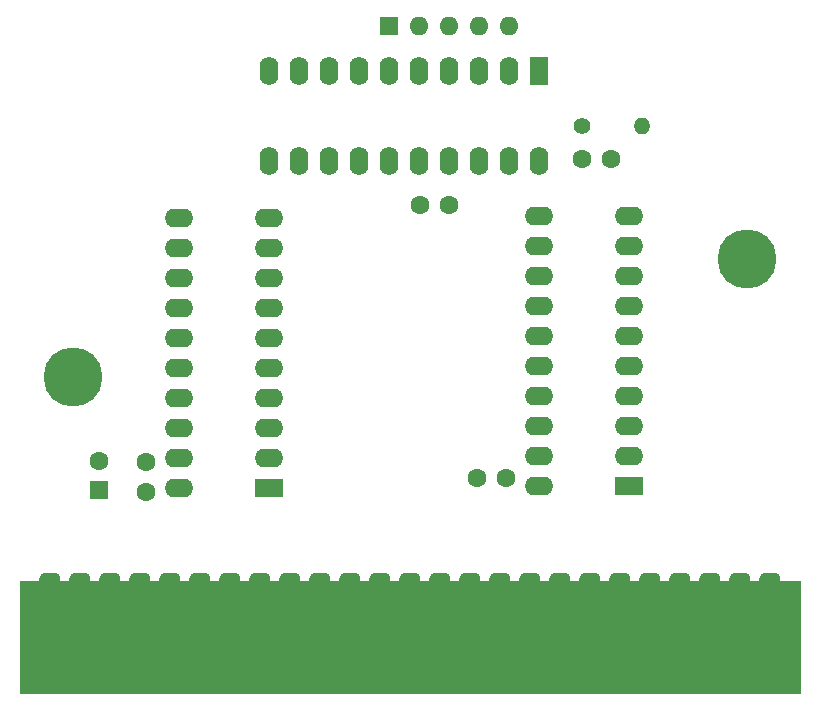
<source format=gbr>
%TF.GenerationSoftware,KiCad,Pcbnew,7.0.8*%
%TF.CreationDate,2023-10-14T11:25:40+01:00*%
%TF.ProjectId,v0a,7630612e-6b69-4636-9164-5f7063625858,rev?*%
%TF.SameCoordinates,Original*%
%TF.FileFunction,Soldermask,Bot*%
%TF.FilePolarity,Negative*%
%FSLAX46Y46*%
G04 Gerber Fmt 4.6, Leading zero omitted, Abs format (unit mm)*
G04 Created by KiCad (PCBNEW 7.0.8) date 2023-10-14 11:25:40*
%MOMM*%
%LPD*%
G01*
G04 APERTURE LIST*
G04 Aperture macros list*
%AMRoundRect*
0 Rectangle with rounded corners*
0 $1 Rounding radius*
0 $2 $3 $4 $5 $6 $7 $8 $9 X,Y pos of 4 corners*
0 Add a 4 corners polygon primitive as box body*
4,1,4,$2,$3,$4,$5,$6,$7,$8,$9,$2,$3,0*
0 Add four circle primitives for the rounded corners*
1,1,$1+$1,$2,$3*
1,1,$1+$1,$4,$5*
1,1,$1+$1,$6,$7*
1,1,$1+$1,$8,$9*
0 Add four rect primitives between the rounded corners*
20,1,$1+$1,$2,$3,$4,$5,0*
20,1,$1+$1,$4,$5,$6,$7,0*
20,1,$1+$1,$6,$7,$8,$9,0*
20,1,$1+$1,$8,$9,$2,$3,0*%
G04 Aperture macros list end*
%ADD10C,0.100000*%
%ADD11C,5.000000*%
%ADD12R,2.400000X1.600000*%
%ADD13O,2.400000X1.600000*%
%ADD14R,1.600000X2.400000*%
%ADD15O,1.600000X2.400000*%
%ADD16C,1.600000*%
%ADD17R,1.600000X1.600000*%
%ADD18O,1.600000X1.600000*%
%ADD19C,1.400000*%
%ADD20O,1.400000X1.400000*%
%ADD21RoundRect,0.444500X-0.444500X-4.127500X0.444500X-4.127500X0.444500X4.127500X-0.444500X4.127500X0*%
G04 APERTURE END LIST*
D10*
%TO.C,J1*%
X160528000Y-79629000D02*
X94488000Y-79629000D01*
X94488000Y-79629000D02*
X94488000Y-89154000D01*
X94488000Y-89154000D02*
X160528000Y-89154000D01*
X160528000Y-89154000D02*
X160528000Y-79629000D01*
G36*
X160528000Y-79629000D02*
G01*
X94488000Y-79629000D01*
X94488000Y-89154000D01*
X160528000Y-89154000D01*
X160528000Y-79629000D01*
G37*
%TD*%
D11*
%TO.C,H2*%
X156000000Y-52350000D03*
%TD*%
%TO.C,H1*%
X99000000Y-62350000D03*
%TD*%
D12*
%TO.C,U2*%
X115545000Y-71737000D03*
D13*
X115545000Y-69197000D03*
X115545000Y-66657000D03*
X115545000Y-64117000D03*
X115545000Y-61577000D03*
X115545000Y-59037000D03*
X115545000Y-56497000D03*
X115545000Y-53957000D03*
X115545000Y-51417000D03*
X115545000Y-48877000D03*
X107925000Y-48877000D03*
X107925000Y-51417000D03*
X107925000Y-53957000D03*
X107925000Y-56497000D03*
X107925000Y-59037000D03*
X107925000Y-61577000D03*
X107925000Y-64117000D03*
X107925000Y-66657000D03*
X107925000Y-69197000D03*
X107925000Y-71737000D03*
%TD*%
D14*
%TO.C,U3*%
X138405000Y-36431000D03*
D15*
X135865000Y-36431000D03*
X133325000Y-36431000D03*
X130785000Y-36431000D03*
X128245000Y-36431000D03*
X125705000Y-36431000D03*
X123165000Y-36431000D03*
X120625000Y-36431000D03*
X118085000Y-36431000D03*
X115545000Y-36431000D03*
X115545000Y-44051000D03*
X118085000Y-44051000D03*
X120625000Y-44051000D03*
X123165000Y-44051000D03*
X125705000Y-44051000D03*
X128245000Y-44051000D03*
X130785000Y-44051000D03*
X133325000Y-44051000D03*
X135865000Y-44051000D03*
X138405000Y-44051000D03*
%TD*%
D16*
%TO.C,C4*%
X128340800Y-47802800D03*
X130840800Y-47802800D03*
%TD*%
D17*
%TO.C,RN1*%
X125705000Y-32621000D03*
D18*
X128245000Y-32621000D03*
X130785000Y-32621000D03*
X133325000Y-32621000D03*
X135865000Y-32621000D03*
%TD*%
D19*
%TO.C,R1*%
X142036800Y-41097200D03*
D20*
X147116800Y-41097200D03*
%TD*%
D12*
%TO.C,U1*%
X146025000Y-71610000D03*
D13*
X146025000Y-69070000D03*
X146025000Y-66530000D03*
X146025000Y-63990000D03*
X146025000Y-61450000D03*
X146025000Y-58910000D03*
X146025000Y-56370000D03*
X146025000Y-53830000D03*
X146025000Y-51290000D03*
X146025000Y-48750000D03*
X138405000Y-48750000D03*
X138405000Y-51290000D03*
X138405000Y-53830000D03*
X138405000Y-56370000D03*
X138405000Y-58910000D03*
X138405000Y-61450000D03*
X138405000Y-63990000D03*
X138405000Y-66530000D03*
X138405000Y-69070000D03*
X138405000Y-71610000D03*
%TD*%
D17*
%TO.C,C5*%
X101142800Y-71969513D03*
D16*
X101142800Y-69469513D03*
%TD*%
%TO.C,C3*%
X142056800Y-43942000D03*
X144556800Y-43942000D03*
%TD*%
%TO.C,C2*%
X105181800Y-72072600D03*
X105181800Y-69572600D03*
%TD*%
%TO.C,C1*%
X135646800Y-70916800D03*
X133146800Y-70916800D03*
%TD*%
D21*
%TO.C,J1*%
X97028000Y-83566000D03*
X99568000Y-83566000D03*
X102108000Y-83566000D03*
X104648000Y-83566000D03*
X107188000Y-83566000D03*
X109728000Y-83566000D03*
X112268000Y-83566000D03*
X114808000Y-83566000D03*
X117348000Y-83566000D03*
X119888000Y-83566000D03*
X122428000Y-83566000D03*
X124968000Y-83566000D03*
X127508000Y-83566000D03*
X130048000Y-83566000D03*
X132588000Y-83566000D03*
X135128000Y-83566000D03*
X137668000Y-83566000D03*
X140208000Y-83566000D03*
X142748000Y-83566000D03*
X145288000Y-83566000D03*
X147828000Y-83566000D03*
X150368000Y-83566000D03*
X152908000Y-83566000D03*
X155448000Y-83566000D03*
X157988000Y-83566000D03*
%TD*%
M02*

</source>
